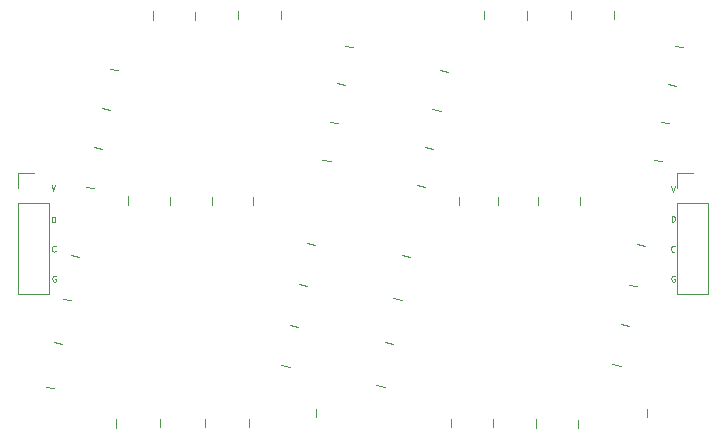
<source format=gbr>
%TF.GenerationSoftware,KiCad,Pcbnew,(6.0.7)*%
%TF.CreationDate,2024-10-25T16:04:42-07:00*%
%TF.ProjectId,segment_blinky,7365676d-656e-4745-9f62-6c696e6b792e,rev?*%
%TF.SameCoordinates,Original*%
%TF.FileFunction,Legend,Top*%
%TF.FilePolarity,Positive*%
%FSLAX46Y46*%
G04 Gerber Fmt 4.6, Leading zero omitted, Abs format (unit mm)*
G04 Created by KiCad (PCBNEW (6.0.7)) date 2024-10-25 16:04:42*
%MOMM*%
%LPD*%
G01*
G04 APERTURE LIST*
%ADD10C,0.100000*%
%ADD11C,0.120000*%
G04 APERTURE END LIST*
D10*
X101607742Y-65728461D02*
X101774409Y-66228461D01*
X101941075Y-65728461D01*
X101952427Y-73403614D02*
X101904808Y-73379804D01*
X101833379Y-73379804D01*
X101761951Y-73403614D01*
X101714332Y-73451233D01*
X101690522Y-73498852D01*
X101666713Y-73594090D01*
X101666713Y-73665518D01*
X101690522Y-73760756D01*
X101714332Y-73808375D01*
X101761951Y-73855994D01*
X101833379Y-73879804D01*
X101880998Y-73879804D01*
X101952427Y-73855994D01*
X101976236Y-73832185D01*
X101976236Y-73665518D01*
X101880998Y-73665518D01*
X101654706Y-68878509D02*
X101654706Y-68378509D01*
X101773754Y-68378509D01*
X101845182Y-68402319D01*
X101892801Y-68449938D01*
X101916611Y-68497557D01*
X101940420Y-68592795D01*
X101940420Y-68664223D01*
X101916611Y-68759461D01*
X101892801Y-68807080D01*
X101845182Y-68854699D01*
X101773754Y-68878509D01*
X101654706Y-68878509D01*
X154100770Y-68803282D02*
X154100770Y-68303282D01*
X154219818Y-68303282D01*
X154291246Y-68327092D01*
X154338865Y-68374711D01*
X154362675Y-68422330D01*
X154386484Y-68517568D01*
X154386484Y-68588996D01*
X154362675Y-68684234D01*
X154338865Y-68731853D01*
X154291246Y-68779472D01*
X154219818Y-68803282D01*
X154100770Y-68803282D01*
X154372556Y-71313800D02*
X154348747Y-71337609D01*
X154277318Y-71361419D01*
X154229699Y-71361419D01*
X154158271Y-71337609D01*
X154110652Y-71289990D01*
X154086842Y-71242371D01*
X154063033Y-71147133D01*
X154063033Y-71075705D01*
X154086842Y-70980467D01*
X154110652Y-70932848D01*
X154158271Y-70885229D01*
X154229699Y-70861419D01*
X154277318Y-70861419D01*
X154348747Y-70885229D01*
X154372556Y-70909038D01*
X154364665Y-73417959D02*
X154317046Y-73394149D01*
X154245617Y-73394149D01*
X154174189Y-73417959D01*
X154126570Y-73465578D01*
X154102760Y-73513197D01*
X154078951Y-73608435D01*
X154078951Y-73679863D01*
X154102760Y-73775101D01*
X154126570Y-73822720D01*
X154174189Y-73870339D01*
X154245617Y-73894149D01*
X154293236Y-73894149D01*
X154364665Y-73870339D01*
X154388474Y-73846530D01*
X154388474Y-73679863D01*
X154293236Y-73679863D01*
X101945480Y-71298570D02*
X101921671Y-71322379D01*
X101850242Y-71346189D01*
X101802623Y-71346189D01*
X101731195Y-71322379D01*
X101683576Y-71274760D01*
X101659766Y-71227141D01*
X101635957Y-71131903D01*
X101635957Y-71060475D01*
X101659766Y-70965237D01*
X101683576Y-70917618D01*
X101731195Y-70869999D01*
X101802623Y-70846189D01*
X101850242Y-70846189D01*
X101921671Y-70869999D01*
X101945480Y-70893808D01*
X154035210Y-65794046D02*
X154201877Y-66294046D01*
X154368543Y-65794046D01*
D11*
%TO.C,D7*%
X126488607Y-57227104D02*
X125801468Y-57093537D01*
%TO.C,D6*%
X127158134Y-54049720D02*
X126470995Y-53916153D01*
%TO.C,D42*%
X150513850Y-77614054D02*
X149826711Y-77480487D01*
%TO.C,D36*%
X155077203Y-54057716D02*
X154390064Y-53924149D01*
%TO.C,D24*%
X105218215Y-62503131D02*
X105905354Y-62636698D01*
%TO.C,D14*%
X121764809Y-81085374D02*
X121077670Y-80951807D01*
%TO.C,D26*%
X106555012Y-55852109D02*
X107242151Y-55985676D01*
%TO.C,D50*%
X130557888Y-75295514D02*
X131245027Y-75429081D01*
%TO.C,D8*%
X125860089Y-60478254D02*
X125172950Y-60344687D01*
%TO.C,D15*%
X118310309Y-86230674D02*
X118310309Y-85530674D01*
%TO.C,D59*%
X146319367Y-66712015D02*
X146319367Y-67412015D01*
%TO.C,D22*%
X103284124Y-71644149D02*
X103971263Y-71777716D01*
%TO.C,D55*%
X134485207Y-56009307D02*
X135172346Y-56142874D01*
%TO.C,D39*%
X153274407Y-63688288D02*
X152587268Y-63554721D01*
%TO.C,D44*%
X146156581Y-86265510D02*
X146156581Y-85565510D01*
%TO.C,D48*%
X129114473Y-82646514D02*
X129801612Y-82780081D01*
%TO.C,D9*%
X125237289Y-63676674D02*
X124547923Y-63555120D01*
%TO.C,D46*%
X138984507Y-86211787D02*
X138984507Y-85511787D01*
%TO.C,D11*%
X123930337Y-70781893D02*
X123243198Y-70648326D01*
%TO.C,D4*%
X117412765Y-50964015D02*
X117412765Y-51664015D01*
%TO.C,D49*%
X129832622Y-79022575D02*
X130519761Y-79156142D01*
%TO.C,D38*%
X153875237Y-60493735D02*
X153188098Y-60360168D01*
%TO.C,J2*%
X154570000Y-67270000D02*
X154570000Y-74950000D01*
X154570000Y-64670000D02*
X155900000Y-64670000D01*
X154570000Y-74950000D02*
X157230000Y-74950000D01*
X154570000Y-67270000D02*
X157230000Y-67270000D01*
X157230000Y-67270000D02*
X157230000Y-74950000D01*
X154570000Y-66000000D02*
X154570000Y-64670000D01*
%TO.C,D53*%
X133225347Y-62515732D02*
X133912486Y-62649299D01*
%TO.C,D54*%
X133859888Y-59269025D02*
X134547027Y-59402592D01*
%TO.C,D21*%
X102581254Y-75347681D02*
X103268393Y-75481248D01*
%TO.C,D56*%
X136071627Y-66698585D02*
X136071627Y-67398585D01*
%TO.C,D17*%
X110822230Y-86232793D02*
X110822230Y-85532793D01*
%TO.C,D28*%
X111596099Y-66692268D02*
X111596099Y-67392268D01*
%TO.C,D45*%
X142610836Y-86256556D02*
X142610836Y-85556556D01*
%TO.C,D43*%
X149787666Y-81037583D02*
X149100527Y-80904016D01*
%TO.C,D47*%
X135402946Y-86229695D02*
X135402946Y-85529695D01*
%TO.C,D27*%
X108070487Y-66658368D02*
X108070487Y-67358368D01*
%TO.C,D60*%
X151988832Y-84653224D02*
X151988832Y-85353224D01*
%TO.C,D57*%
X139442771Y-66712015D02*
X139442771Y-67412015D01*
%TO.C,D30*%
X118655799Y-66692268D02*
X118655799Y-67392268D01*
%TO.C,D31*%
X123990246Y-84649240D02*
X123990246Y-85349240D01*
%TO.C,D35*%
X149200953Y-50990609D02*
X149200953Y-51690609D01*
%TO.C,D34*%
X145583578Y-50945840D02*
X145583578Y-51645840D01*
%TO.C,D32*%
X138232425Y-50981656D02*
X138232425Y-51681656D01*
%TO.C,D58*%
X142827345Y-66738877D02*
X142827345Y-67438877D01*
%TO.C,D37*%
X154502010Y-57288239D02*
X153814871Y-57154672D01*
%TO.C,D12*%
X123212785Y-74216919D02*
X122525646Y-74083352D01*
%TO.C,D2*%
X110213829Y-51004308D02*
X110213829Y-51704308D01*
%TO.C,D33*%
X141885617Y-50999563D02*
X141885617Y-51699563D01*
%TO.C,D51*%
X131289468Y-71647181D02*
X131976607Y-71780748D01*
%TO.C,D19*%
X101120064Y-82780254D02*
X101807203Y-82913821D01*
%TO.C,D29*%
X115155612Y-66700743D02*
X115155612Y-67400743D01*
%TO.C,D52*%
X132546037Y-65734775D02*
X133233176Y-65868342D01*
%TO.C,D13*%
X122462745Y-77712869D02*
X121775606Y-77579302D01*
%TO.C,D5*%
X120998803Y-50990877D02*
X120998803Y-51690877D01*
%TO.C,J1*%
X98770000Y-74950000D02*
X101430000Y-74950000D01*
X98770000Y-67270000D02*
X101430000Y-67270000D01*
X101430000Y-67270000D02*
X101430000Y-74950000D01*
X98770000Y-64670000D02*
X100100000Y-64670000D01*
X98770000Y-67270000D02*
X98770000Y-74950000D01*
X98770000Y-66000000D02*
X98770000Y-64670000D01*
%TO.C,D41*%
X151194347Y-74265295D02*
X150507208Y-74131728D01*
%TO.C,D23*%
X104540715Y-65863704D02*
X105227854Y-65997271D01*
%TO.C,D18*%
X107103811Y-86251862D02*
X107103811Y-85551862D01*
%TO.C,D25*%
X105895967Y-59180920D02*
X106583106Y-59314487D01*
%TO.C,D16*%
X114597856Y-86213724D02*
X114597856Y-85513724D01*
%TO.C,D40*%
X151865622Y-70857150D02*
X151178483Y-70723583D01*
%TO.C,D20*%
X101829960Y-79022525D02*
X102517099Y-79156092D01*
%TO.C,D3*%
X113786436Y-51017739D02*
X113786436Y-51717739D01*
%TD*%
M02*

</source>
